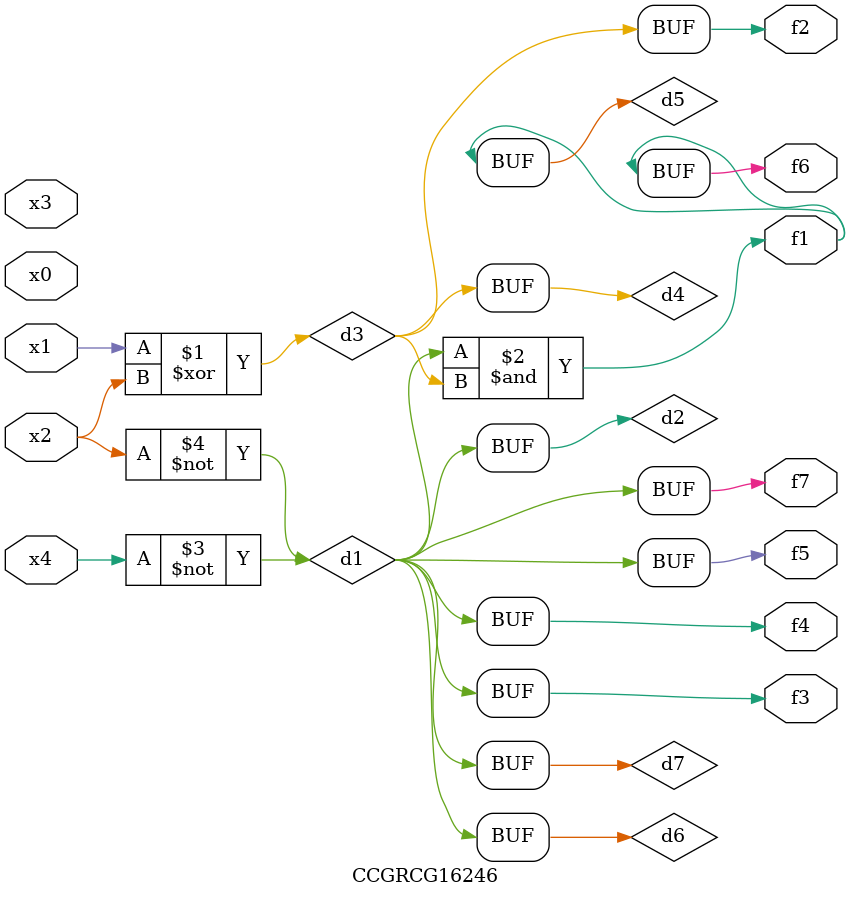
<source format=v>
module CCGRCG16246(
	input x0, x1, x2, x3, x4,
	output f1, f2, f3, f4, f5, f6, f7
);

	wire d1, d2, d3, d4, d5, d6, d7;

	not (d1, x4);
	not (d2, x2);
	xor (d3, x1, x2);
	buf (d4, d3);
	and (d5, d1, d3);
	buf (d6, d1, d2);
	buf (d7, d2);
	assign f1 = d5;
	assign f2 = d4;
	assign f3 = d7;
	assign f4 = d7;
	assign f5 = d7;
	assign f6 = d5;
	assign f7 = d7;
endmodule

</source>
